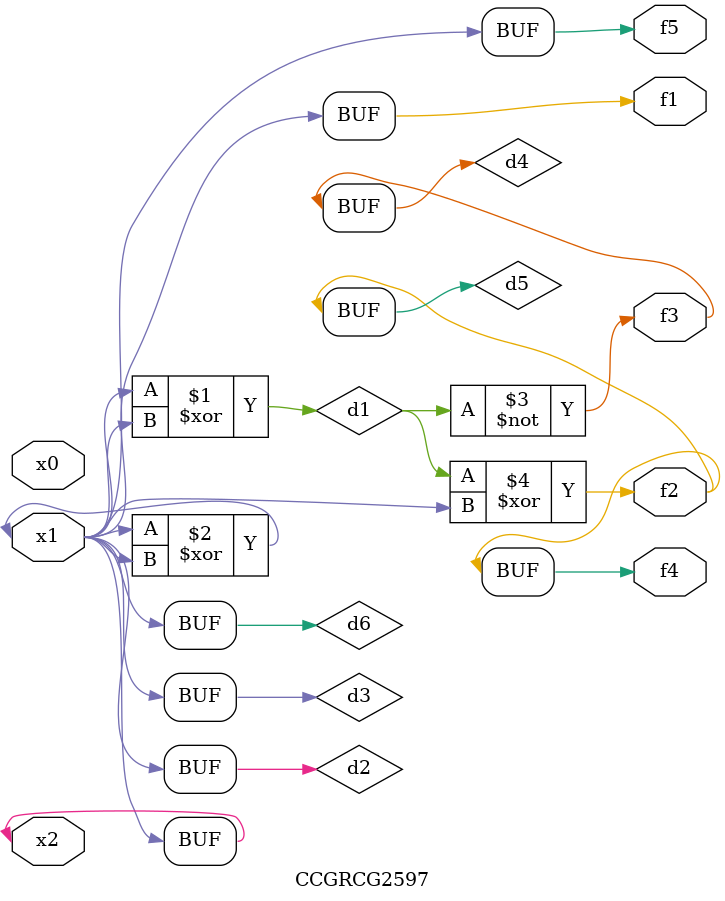
<source format=v>
module CCGRCG2597(
	input x0, x1, x2,
	output f1, f2, f3, f4, f5
);

	wire d1, d2, d3, d4, d5, d6;

	xor (d1, x1, x2);
	buf (d2, x1, x2);
	xor (d3, x1, x2);
	nor (d4, d1);
	xor (d5, d1, d2);
	buf (d6, d2, d3);
	assign f1 = d6;
	assign f2 = d5;
	assign f3 = d4;
	assign f4 = d5;
	assign f5 = d6;
endmodule

</source>
